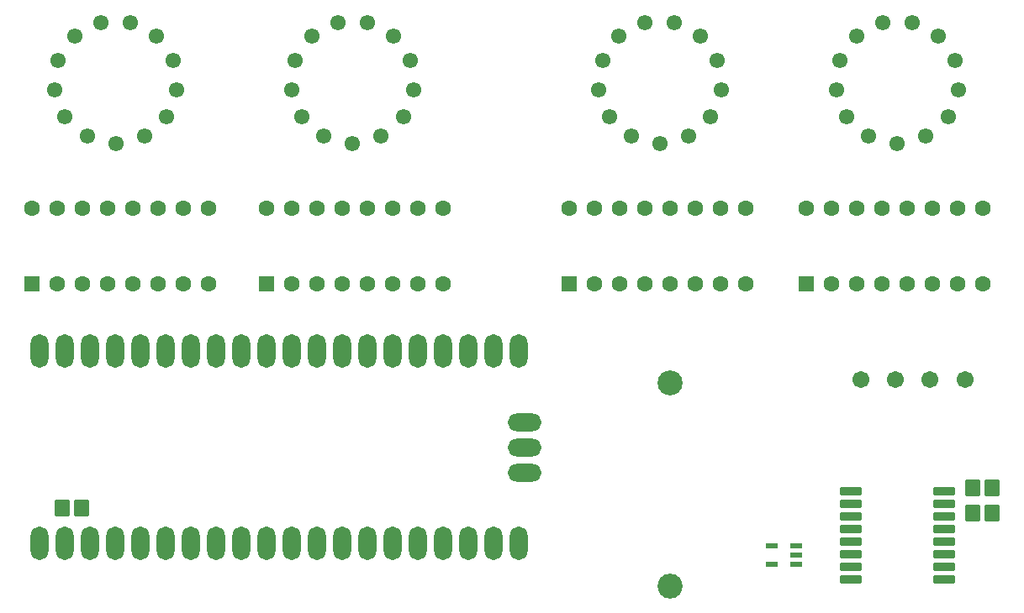
<source format=gbr>
%TF.GenerationSoftware,KiCad,Pcbnew,7.0.1*%
%TF.CreationDate,2023-06-06T13:02:27-04:00*%
%TF.ProjectId,nixie,6e697869-652e-46b6-9963-61645f706362,rev?*%
%TF.SameCoordinates,Original*%
%TF.FileFunction,Soldermask,Top*%
%TF.FilePolarity,Negative*%
%FSLAX46Y46*%
G04 Gerber Fmt 4.6, Leading zero omitted, Abs format (unit mm)*
G04 Created by KiCad (PCBNEW 7.0.1) date 2023-06-06 13:02:27*
%MOMM*%
%LPD*%
G01*
G04 APERTURE LIST*
G04 Aperture macros list*
%AMRoundRect*
0 Rectangle with rounded corners*
0 $1 Rounding radius*
0 $2 $3 $4 $5 $6 $7 $8 $9 X,Y pos of 4 corners*
0 Add a 4 corners polygon primitive as box body*
4,1,4,$2,$3,$4,$5,$6,$7,$8,$9,$2,$3,0*
0 Add four circle primitives for the rounded corners*
1,1,$1+$1,$2,$3*
1,1,$1+$1,$4,$5*
1,1,$1+$1,$6,$7*
1,1,$1+$1,$8,$9*
0 Add four rect primitives between the rounded corners*
20,1,$1+$1,$2,$3,$4,$5,0*
20,1,$1+$1,$4,$5,$6,$7,0*
20,1,$1+$1,$6,$7,$8,$9,0*
20,1,$1+$1,$8,$9,$2,$3,0*%
G04 Aperture macros list end*
%ADD10RoundRect,0.101600X-0.650000X-0.750000X0.650000X-0.750000X0.650000X0.750000X-0.650000X0.750000X0*%
%ADD11RoundRect,0.101600X-0.962500X-0.325000X0.962500X-0.325000X0.962500X0.325000X-0.962500X0.325000X0*%
%ADD12RoundRect,0.101600X-0.700000X-0.700000X0.700000X-0.700000X0.700000X0.700000X-0.700000X0.700000X0*%
%ADD13C,1.603200*%
%ADD14O,2.519200X2.519200*%
%ADD15C,2.519200*%
%ADD16R,1.200000X0.600000*%
%ADD17C,1.703200*%
%ADD18C,1.551200*%
%ADD19O,1.803200X3.403200*%
%ADD20O,3.403200X1.803200*%
G04 APERTURE END LIST*
D10*
%TO.C,C6*%
X103886000Y-131826000D03*
X105786000Y-131826000D03*
%TD*%
D11*
%TO.C,IC6*%
X183248000Y-130175000D03*
X183248000Y-131445000D03*
X183248000Y-132715000D03*
X183248000Y-133985000D03*
X183248000Y-135255000D03*
X183248000Y-136525000D03*
X183248000Y-137795000D03*
X183248000Y-139065000D03*
X192672000Y-139065000D03*
X192672000Y-137795000D03*
X192672000Y-136525000D03*
X192672000Y-135255000D03*
X192672000Y-133985000D03*
X192672000Y-132715000D03*
X192672000Y-131445000D03*
X192672000Y-130175000D03*
%TD*%
D10*
%TO.C,R5*%
X195580000Y-129794000D03*
X197480000Y-129794000D03*
%TD*%
D12*
%TO.C,IC3*%
X154940000Y-109220000D03*
D13*
X157480000Y-109220000D03*
X160020000Y-109220000D03*
X162560000Y-109220000D03*
X165100000Y-109220000D03*
X167640000Y-109220000D03*
X170180000Y-109220000D03*
X172720000Y-109220000D03*
X172720000Y-101600000D03*
X170180000Y-101600000D03*
X167640000Y-101600000D03*
X165100000Y-101600000D03*
X162560000Y-101600000D03*
X160020000Y-101600000D03*
X157480000Y-101600000D03*
X154940000Y-101600000D03*
%TD*%
D14*
%TO.C,BAT1*%
X165100000Y-139700000D03*
D15*
X165100000Y-119200000D03*
%TD*%
D16*
%TO.C,IC5*%
X177800000Y-137536000D03*
X177800000Y-136586000D03*
X177800000Y-135636000D03*
X175300000Y-135636000D03*
X175300000Y-137536000D03*
%TD*%
D12*
%TO.C,IC4*%
X178816000Y-109220000D03*
D13*
X181356000Y-109220000D03*
X183896000Y-109220000D03*
X186436000Y-109220000D03*
X188976000Y-109220000D03*
X191516000Y-109220000D03*
X194056000Y-109220000D03*
X196596000Y-109220000D03*
X196596000Y-101600000D03*
X194056000Y-101600000D03*
X191516000Y-101600000D03*
X188976000Y-101600000D03*
X186436000Y-101600000D03*
X183896000Y-101600000D03*
X181356000Y-101600000D03*
X178816000Y-101600000D03*
%TD*%
D12*
%TO.C,IC2*%
X124460000Y-109220000D03*
D13*
X127000000Y-109220000D03*
X129540000Y-109220000D03*
X132080000Y-109220000D03*
X134620000Y-109220000D03*
X137160000Y-109220000D03*
X139700000Y-109220000D03*
X142240000Y-109220000D03*
X142240000Y-101600000D03*
X139700000Y-101600000D03*
X137160000Y-101600000D03*
X134620000Y-101600000D03*
X132080000Y-101600000D03*
X129540000Y-101600000D03*
X127000000Y-101600000D03*
X124460000Y-101600000D03*
%TD*%
D10*
%TO.C,R6*%
X195580000Y-132334000D03*
X197480000Y-132334000D03*
%TD*%
D12*
%TO.C,IC1*%
X100838000Y-109220000D03*
D13*
X103378000Y-109220000D03*
X105918000Y-109220000D03*
X108458000Y-109220000D03*
X110998000Y-109220000D03*
X113538000Y-109220000D03*
X116078000Y-109220000D03*
X118618000Y-109220000D03*
X118618000Y-101600000D03*
X116078000Y-101600000D03*
X113538000Y-101600000D03*
X110998000Y-101600000D03*
X108458000Y-101600000D03*
X105918000Y-101600000D03*
X103378000Y-101600000D03*
X100838000Y-101600000D03*
%TD*%
D17*
%TO.C,J1*%
X184262000Y-118872000D03*
X187762000Y-118872000D03*
X191262000Y-118872000D03*
X194762000Y-118872000D03*
%TD*%
D18*
%TO.C,N4*%
X190836600Y-94380900D03*
X185083400Y-94380900D03*
X187960000Y-95089900D03*
X181815200Y-89646100D03*
X182172300Y-86705000D03*
X183855300Y-84266800D03*
X186478700Y-82889900D03*
X189441300Y-82889900D03*
X192064700Y-84266800D03*
X193747700Y-86705000D03*
X194104800Y-89646100D03*
X193054200Y-92416300D03*
X182865800Y-92416300D03*
%TD*%
D19*
%TO.C,U$1*%
X111760000Y-135420000D03*
X109220000Y-135420000D03*
X114300000Y-135420000D03*
X119380000Y-135420000D03*
X106680000Y-116040000D03*
X119380000Y-116040000D03*
X132080000Y-116040000D03*
X144780000Y-116040000D03*
D20*
X150430000Y-125730000D03*
D19*
X144780000Y-135420000D03*
X132080000Y-135420000D03*
X106680000Y-135420000D03*
X101600000Y-116040000D03*
X104140000Y-116040000D03*
X109220000Y-116040000D03*
X111760000Y-116040000D03*
X114300000Y-116040000D03*
X116840000Y-116040000D03*
X121920000Y-116040000D03*
X124460000Y-116040000D03*
X127000000Y-116040000D03*
X129540000Y-116040000D03*
X134620000Y-116040000D03*
X137160000Y-116040000D03*
X139700000Y-116040000D03*
X142240000Y-116040000D03*
X147320000Y-116040000D03*
X149860000Y-116040000D03*
X149860000Y-135420000D03*
X147320000Y-135420000D03*
X142240000Y-135420000D03*
X139700000Y-135420000D03*
X137160000Y-135420000D03*
X134620000Y-135420000D03*
X129540000Y-135420000D03*
X124460000Y-135420000D03*
X121920000Y-135420000D03*
X116840000Y-135420000D03*
X127000000Y-135420000D03*
D20*
X150430000Y-123190000D03*
X150430000Y-128270000D03*
D19*
X101600000Y-135420000D03*
X104140000Y-135420000D03*
%TD*%
D18*
%TO.C,N3*%
X158947100Y-92416300D03*
X169135500Y-92416300D03*
X170186100Y-89646100D03*
X169829000Y-86705000D03*
X168146000Y-84266800D03*
X165522600Y-82889900D03*
X162560000Y-82889900D03*
X159936600Y-84266800D03*
X158253600Y-86705000D03*
X157896500Y-89646100D03*
X164041300Y-95089900D03*
X161164700Y-94380900D03*
X166917900Y-94380900D03*
%TD*%
%TO.C,N1*%
X104140000Y-92416300D03*
X114328400Y-92416300D03*
X115379000Y-89646100D03*
X115021900Y-86705000D03*
X113338900Y-84266800D03*
X110715500Y-82889900D03*
X107752900Y-82889900D03*
X105129500Y-84266800D03*
X103446500Y-86705000D03*
X103089400Y-89646100D03*
X109234200Y-95089900D03*
X106357600Y-94380900D03*
X112110800Y-94380900D03*
%TD*%
%TO.C,N2*%
X128001800Y-92416300D03*
X138190200Y-92416300D03*
X139240800Y-89646100D03*
X138883700Y-86705000D03*
X137200700Y-84266800D03*
X134577300Y-82889900D03*
X131614700Y-82889900D03*
X128991300Y-84266800D03*
X127308300Y-86705000D03*
X126951200Y-89646100D03*
X133096000Y-95089900D03*
X130219400Y-94380900D03*
X135972600Y-94380900D03*
%TD*%
M02*

</source>
